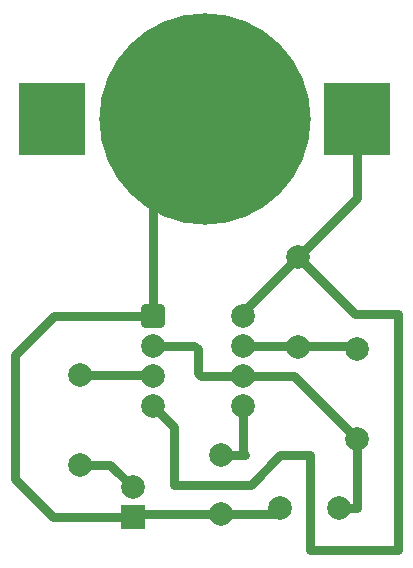
<source format=gbr>
%TF.GenerationSoftware,KiCad,Pcbnew,9.0.7*%
%TF.CreationDate,2026-02-08T11:51:19-05:00*%
%TF.ProjectId,555timerCES,35353574-696d-4657-9243-45532e6b6963,rev?*%
%TF.SameCoordinates,Original*%
%TF.FileFunction,Copper,L1,Top*%
%TF.FilePolarity,Positive*%
%FSLAX46Y46*%
G04 Gerber Fmt 4.6, Leading zero omitted, Abs format (unit mm)*
G04 Created by KiCad (PCBNEW 9.0.7) date 2026-02-08 11:51:19*
%MOMM*%
%LPD*%
G01*
G04 APERTURE LIST*
G04 Aperture macros list*
%AMRoundRect*
0 Rectangle with rounded corners*
0 $1 Rounding radius*
0 $2 $3 $4 $5 $6 $7 $8 $9 X,Y pos of 4 corners*
0 Add a 4 corners polygon primitive as box body*
4,1,4,$2,$3,$4,$5,$6,$7,$8,$9,$2,$3,0*
0 Add four circle primitives for the rounded corners*
1,1,$1+$1,$2,$3*
1,1,$1+$1,$4,$5*
1,1,$1+$1,$6,$7*
1,1,$1+$1,$8,$9*
0 Add four rect primitives between the rounded corners*
20,1,$1+$1,$2,$3,$4,$5,0*
20,1,$1+$1,$4,$5,$6,$7,0*
20,1,$1+$1,$6,$7,$8,$9,0*
20,1,$1+$1,$8,$9,$2,$3,0*%
G04 Aperture macros list end*
%TA.AperFunction,ComponentPad*%
%ADD10C,2.000000*%
%TD*%
%TA.AperFunction,ComponentPad*%
%ADD11R,2.000000X2.000000*%
%TD*%
%TA.AperFunction,ComponentPad*%
%ADD12RoundRect,0.312500X-0.687500X-0.687500X0.687500X-0.687500X0.687500X0.687500X-0.687500X0.687500X0*%
%TD*%
%TA.AperFunction,SMDPad,CuDef*%
%ADD13C,17.900000*%
%TD*%
%TA.AperFunction,SMDPad,CuDef*%
%ADD14R,5.700000X6.100000*%
%TD*%
%TA.AperFunction,Conductor*%
%ADD15C,0.800000*%
%TD*%
G04 APERTURE END LIST*
D10*
%TO.P,C2,1*%
%TO.N,Net-(U1-CV)*%
X130000000Y-100500000D03*
%TO.P,C2,2*%
%TO.N,GND*%
X130000000Y-105500000D03*
%TD*%
%TO.P,R1,1*%
%TO.N,+3V0*%
X136500000Y-83690000D03*
%TO.P,R1,2*%
%TO.N,Net-(U1-DIS)*%
X136500000Y-91310000D03*
%TD*%
%TO.P,R2,1*%
%TO.N,Net-(U1-DIS)*%
X141500000Y-91500000D03*
%TO.P,R2,2*%
%TO.N,Net-(U1-THR)*%
X141500000Y-99120000D03*
%TD*%
%TO.P,C1,1*%
%TO.N,GND*%
X135000000Y-105000000D03*
%TO.P,C1,2*%
%TO.N,Net-(U1-THR)*%
X140000000Y-105000000D03*
%TD*%
D11*
%TO.P,D1,1,K*%
%TO.N,GND*%
X122500000Y-105770000D03*
D10*
%TO.P,D1,2,A*%
%TO.N,Net-(D1-A)*%
X122500000Y-103230000D03*
%TD*%
%TO.P,R3,1*%
%TO.N,Net-(D1-A)*%
X118000000Y-101310000D03*
%TO.P,R3,2*%
%TO.N,Net-(U1-Q)*%
X118000000Y-93690000D03*
%TD*%
D12*
%TO.P,U1,1,GND*%
%TO.N,GND*%
X124195000Y-88690000D03*
D10*
%TO.P,U1,2,TR*%
%TO.N,Net-(U1-THR)*%
X124195000Y-91230000D03*
%TO.P,U1,3,Q*%
%TO.N,Net-(U1-Q)*%
X124195000Y-93770000D03*
%TO.P,U1,4,R*%
%TO.N,+3V0*%
X124195000Y-96310000D03*
%TO.P,U1,5,CV*%
%TO.N,Net-(U1-CV)*%
X131815000Y-96310000D03*
%TO.P,U1,6,THR*%
%TO.N,Net-(U1-THR)*%
X131815000Y-93770000D03*
%TO.P,U1,7,DIS*%
%TO.N,Net-(U1-DIS)*%
X131815000Y-91230000D03*
%TO.P,U1,8,VCC*%
%TO.N,+3V0*%
X131815000Y-88690000D03*
%TD*%
D13*
%TO.P,BT2,N*%
%TO.N,GND*%
X128600000Y-72000000D03*
D14*
%TO.P,BT2,P1*%
%TO.N,+3V0*%
X115700000Y-72000000D03*
%TO.P,BT2,P2*%
X141500000Y-72000000D03*
%TD*%
D15*
%TO.N,GND*%
X130000000Y-105500000D02*
X122770000Y-105500000D01*
X115810000Y-88690000D02*
X124195000Y-88690000D01*
X112500000Y-102500000D02*
X112500000Y-92000000D01*
X122500000Y-105770000D02*
X115770000Y-105770000D01*
X112500000Y-92000000D02*
X115810000Y-88690000D01*
X134500000Y-105500000D02*
X135000000Y-105000000D01*
X128600000Y-72000000D02*
X124195000Y-76405000D01*
X130000000Y-105500000D02*
X134500000Y-105500000D01*
X124195000Y-76405000D02*
X124195000Y-88690000D01*
X115770000Y-105770000D02*
X112500000Y-102500000D01*
X122770000Y-105500000D02*
X122500000Y-105770000D01*
%TO.N,+3V0*%
X145000000Y-88500000D02*
X141310000Y-88500000D01*
X126000000Y-103000000D02*
X132500000Y-103000000D01*
X131815000Y-88375000D02*
X136500000Y-83690000D01*
X135000000Y-100500000D02*
X137500000Y-100500000D01*
X145000000Y-108500000D02*
X145000000Y-88500000D01*
X124195000Y-96310000D02*
X126000000Y-98115000D01*
X132500000Y-103000000D02*
X135000000Y-100500000D01*
X126000000Y-98115000D02*
X126000000Y-103000000D01*
X141500000Y-72000000D02*
X141500000Y-78690000D01*
X141500000Y-78690000D02*
X136500000Y-83690000D01*
X137500000Y-100500000D02*
X137500000Y-108500000D01*
X141310000Y-88500000D02*
X136500000Y-83690000D01*
X137500000Y-108500000D02*
X145000000Y-108500000D01*
X131815000Y-88690000D02*
X131815000Y-88375000D01*
%TO.N,Net-(U1-THR)*%
X131815000Y-93770000D02*
X136150000Y-93770000D01*
X141500000Y-99120000D02*
X141500000Y-105000000D01*
X128270000Y-93770000D02*
X131815000Y-93770000D01*
X128000000Y-93500000D02*
X128270000Y-93770000D01*
X141500000Y-105000000D02*
X140000000Y-105000000D01*
X136150000Y-93770000D02*
X141500000Y-99120000D01*
X124195000Y-91230000D02*
X127730000Y-91230000D01*
X127730000Y-91230000D02*
X128000000Y-91500000D01*
X128000000Y-91500000D02*
X128000000Y-93500000D01*
%TO.N,Net-(U1-CV)*%
X132000000Y-100500000D02*
X130000000Y-100500000D01*
X131815000Y-100315000D02*
X132000000Y-100500000D01*
X131815000Y-96310000D02*
X131815000Y-100315000D01*
%TO.N,Net-(D1-A)*%
X120580000Y-101310000D02*
X122500000Y-103230000D01*
X118000000Y-101310000D02*
X120580000Y-101310000D01*
%TO.N,Net-(U1-DIS)*%
X141230000Y-91230000D02*
X141500000Y-91500000D01*
X131815000Y-91230000D02*
X141230000Y-91230000D01*
%TO.N,Net-(U1-Q)*%
X118000000Y-93690000D02*
X124115000Y-93690000D01*
X124115000Y-93690000D02*
X124195000Y-93770000D01*
%TD*%
M02*

</source>
